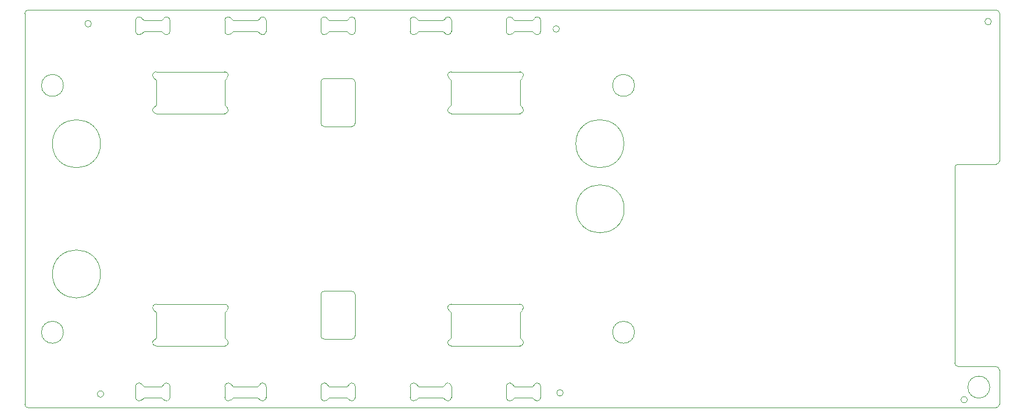
<source format=gm1>
G04 #@! TF.GenerationSoftware,KiCad,Pcbnew,(6.0.5-0)*
G04 #@! TF.CreationDate,2023-01-16T15:52:06+09:00*
G04 #@! TF.ProjectId,qLAMP-main,714c414d-502d-46d6-9169-6e2e6b696361,rev?*
G04 #@! TF.SameCoordinates,Original*
G04 #@! TF.FileFunction,Profile,NP*
%FSLAX46Y46*%
G04 Gerber Fmt 4.6, Leading zero omitted, Abs format (unit mm)*
G04 Created by KiCad (PCBNEW (6.0.5-0)) date 2023-01-16 15:52:06*
%MOMM*%
%LPD*%
G01*
G04 APERTURE LIST*
G04 #@! TA.AperFunction,Profile*
%ADD10C,0.100000*%
G04 #@! TD*
G04 APERTURE END LIST*
D10*
X111357157Y-127898251D02*
X111003604Y-127544698D01*
X96150050Y-76101749D02*
X96150050Y-74501749D01*
X110150101Y-76101750D02*
G75*
G03*
X111003604Y-76455302I499999J50D01*
G01*
X110150050Y-76101749D02*
X110150050Y-74501749D01*
X87296497Y-127544698D02*
X86942944Y-127898251D01*
X88150050Y-76101749D02*
X88150050Y-74501749D01*
X96150000Y-129498251D02*
G75*
G03*
X97003603Y-129851804I500000J-49D01*
G01*
X138357157Y-74501749D02*
X140942944Y-74501749D01*
X78035996Y-92499993D02*
G75*
G03*
X78035996Y-92499993I-3500001J0D01*
G01*
X124357157Y-74501749D02*
X127942944Y-74501749D01*
X72636000Y-84000000D02*
G75*
G03*
X72636000Y-84000000I-1600000J0D01*
G01*
X115150050Y-129498251D02*
X115150050Y-127898251D01*
X111003640Y-127544662D02*
G75*
G03*
X110150050Y-127898250I-353540J-353638D01*
G01*
X88150169Y-127898251D02*
G75*
G03*
X87296497Y-127544698I-500069J-49D01*
G01*
X129135050Y-121998251D02*
X139135050Y-121998251D01*
X138357157Y-127898251D02*
X138003604Y-127544698D01*
X115136000Y-114500000D02*
G75*
G03*
X114636000Y-114000000I-500000J0D01*
G01*
X209000000Y-95000000D02*
X209000000Y-73500000D01*
X113942944Y-129498251D02*
X114296497Y-129851805D01*
X140942944Y-127898251D02*
X138357157Y-127898251D01*
X208500000Y-95500000D02*
G75*
G03*
X209000000Y-95000000I0J500000D01*
G01*
X142150169Y-127898251D02*
G75*
G03*
X141296497Y-127544698I-500069J-49D01*
G01*
X139135050Y-86894642D02*
X139488604Y-87248195D01*
X128781497Y-116751805D02*
X129135050Y-117105358D01*
X128781581Y-121144782D02*
G75*
G03*
X129135050Y-121998250I353519J-353518D01*
G01*
X111003604Y-129851805D02*
X111357157Y-129498251D01*
X139488688Y-116751889D02*
G75*
G03*
X139135050Y-115898250I-353588J353589D01*
G01*
X110136000Y-89500000D02*
X110136000Y-83500000D01*
X207600000Y-128000000D02*
G75*
G03*
X207600000Y-128000000I-1600000J0D01*
G01*
X129135050Y-115898300D02*
G75*
G03*
X128781497Y-116751804I50J-500000D01*
G01*
X208500000Y-131000000D02*
X67500000Y-131000000D01*
X96135050Y-120791145D02*
X96135050Y-117105358D01*
X96488604Y-121144698D02*
X96135050Y-120791145D01*
X139488569Y-82855268D02*
G75*
G03*
X139135050Y-82001749I-353469J353568D01*
G01*
X96488688Y-116751889D02*
G75*
G03*
X96135050Y-115898250I-353588J353589D01*
G01*
X96150050Y-127898251D02*
X96150050Y-129498251D01*
X127942944Y-76101749D02*
X124357157Y-76101749D01*
X114636000Y-121000000D02*
X110636000Y-121000000D01*
X110150000Y-129498251D02*
G75*
G03*
X111003603Y-129851804I500000J-49D01*
G01*
X97357157Y-127898251D02*
X97003604Y-127544698D01*
X110136000Y-120500000D02*
G75*
G03*
X110636000Y-121000000I500000J0D01*
G01*
X140942944Y-76101749D02*
X138357157Y-76101749D01*
X139135050Y-82001749D02*
X129135050Y-82001749D01*
X110636000Y-114000000D02*
G75*
G03*
X110136000Y-114500000I0J-500000D01*
G01*
X85781497Y-116751805D02*
X86135050Y-117105358D01*
X141296581Y-76455218D02*
G75*
G03*
X142150050Y-76101749I353519J353518D01*
G01*
X139135050Y-120791145D02*
X139135050Y-117105358D01*
X123150050Y-76101749D02*
X123150050Y-74501749D01*
X86942944Y-74501749D02*
X84357157Y-74501749D01*
X85781412Y-87248111D02*
G75*
G03*
X86135050Y-88101749I353588J-353589D01*
G01*
X67000000Y-130500000D02*
G75*
G03*
X67500000Y-131000000I500000J0D01*
G01*
X96135050Y-115898251D02*
X86135050Y-115898251D01*
X129150050Y-129498251D02*
X129150050Y-127898251D01*
X139135050Y-115898251D02*
X129135050Y-115898251D01*
X208500000Y-125000000D02*
X203000000Y-125000000D01*
X102150050Y-129498251D02*
X102150050Y-127898251D01*
X129150050Y-74501749D02*
X129150050Y-76101749D01*
X115136000Y-83500000D02*
G75*
G03*
X114636000Y-83000000I-500000J0D01*
G01*
X87296412Y-129851890D02*
G75*
G03*
X88150050Y-129498250I353588J353590D01*
G01*
X113942944Y-127898251D02*
X111357157Y-127898251D01*
X78036000Y-111500000D02*
G75*
G03*
X78036000Y-111500000I-3500000J0D01*
G01*
X209000000Y-73500000D02*
G75*
G03*
X208500000Y-73000000I-500000J0D01*
G01*
X124357157Y-76101749D02*
X124003604Y-76455302D01*
X96488604Y-82855302D02*
X96135050Y-83208855D01*
X84357157Y-76101749D02*
X86942944Y-76101749D01*
X72636000Y-120000000D02*
G75*
G03*
X72636000Y-120000000I-1600000J0D01*
G01*
X115150169Y-127898251D02*
G75*
G03*
X114296497Y-127544698I-500069J-49D01*
G01*
X154278441Y-92500000D02*
G75*
G03*
X154278441Y-92500000I-3500000J0D01*
G01*
X83150000Y-129498251D02*
G75*
G03*
X84003603Y-129851804I500000J-49D01*
G01*
X139488604Y-121144698D02*
X139135050Y-120791145D01*
X128781497Y-87248195D02*
X129135050Y-86894642D01*
X97357157Y-74501749D02*
X100942944Y-74501749D01*
X84357157Y-127898251D02*
X84003604Y-127544698D01*
X97357157Y-76101749D02*
X97003604Y-76455302D01*
X123150050Y-127898251D02*
X123150050Y-129498251D01*
X202500000Y-124500000D02*
G75*
G03*
X203000000Y-125000000I500000J0D01*
G01*
X127942944Y-127898251D02*
X124357157Y-127898251D01*
X100942944Y-127898251D02*
X97357157Y-127898251D01*
X85781497Y-87248195D02*
X86135050Y-86894642D01*
X97003604Y-129851805D02*
X97357157Y-129498251D01*
X203000000Y-95500000D02*
X208500000Y-95500000D01*
X86135050Y-83208855D02*
X85781497Y-82855302D01*
X114296497Y-127544698D02*
X113942944Y-127898251D01*
X102150050Y-74501749D02*
X102150050Y-76101749D01*
X86942944Y-127898251D02*
X84357157Y-127898251D01*
X96135050Y-86894642D02*
X96488604Y-87248195D01*
X141296412Y-129851890D02*
G75*
G03*
X142150050Y-129498250I353588J353590D01*
G01*
X129150101Y-74501750D02*
G75*
G03*
X128296497Y-74148195I-500001J50D01*
G01*
X137150000Y-129498251D02*
G75*
G03*
X138003603Y-129851804I500000J-49D01*
G01*
X85781581Y-121144782D02*
G75*
G03*
X86135050Y-121998250I353519J-353518D01*
G01*
X86135050Y-121998251D02*
X96135050Y-121998251D01*
X102150101Y-74501750D02*
G75*
G03*
X101296497Y-74148195I-500001J50D01*
G01*
X139135050Y-88101749D02*
X129135050Y-88101749D01*
X155836000Y-120000000D02*
G75*
G03*
X155836000Y-120000000I-1600000J0D01*
G01*
X86135050Y-115898300D02*
G75*
G03*
X85781497Y-116751804I50J-500000D01*
G01*
X110636000Y-114000000D02*
X114636000Y-114000000D01*
X128781412Y-87248111D02*
G75*
G03*
X129135050Y-88101749I353588J-353589D01*
G01*
X86942944Y-129498251D02*
X87296497Y-129851805D01*
X78515000Y-129000000D02*
G75*
G03*
X78515000Y-129000000I-475000J0D01*
G01*
X101296497Y-76455302D02*
X100942944Y-76101749D01*
X208500000Y-131000000D02*
G75*
G03*
X209000000Y-130500000I0J500000D01*
G01*
X123150101Y-76101750D02*
G75*
G03*
X124003604Y-76455302I499999J50D01*
G01*
X96135050Y-121998369D02*
G75*
G03*
X96488603Y-121144698I-50J500069D01*
G01*
X110136000Y-89500000D02*
G75*
G03*
X110636000Y-90000000I500000J0D01*
G01*
X87296497Y-74148196D02*
X86942944Y-74501749D01*
X110136000Y-120500000D02*
X110136000Y-114500000D01*
X83150050Y-74501749D02*
X83150050Y-76101749D01*
X142150050Y-129498251D02*
X142150050Y-127898251D01*
X114296497Y-76455302D02*
X113942944Y-76101749D01*
X86135050Y-120791145D02*
X85781497Y-121144698D01*
X139135050Y-121998369D02*
G75*
G03*
X139488603Y-121144698I-50J500069D01*
G01*
X140942944Y-129498251D02*
X141296497Y-129851805D01*
X67500000Y-73000000D02*
G75*
G03*
X67000000Y-73500000I0J-500000D01*
G01*
X114636000Y-121000000D02*
G75*
G03*
X115136000Y-120500000I0J500000D01*
G01*
X138357157Y-76101749D02*
X138003604Y-76455302D01*
X111003604Y-74148195D02*
X111357157Y-74501749D01*
X144900000Y-75770000D02*
G75*
G03*
X144900000Y-75770000I-475000J0D01*
G01*
X67000000Y-130500000D02*
X67000000Y-73500000D01*
X124003568Y-74148231D02*
G75*
G03*
X123150050Y-74501749I-353568J-353469D01*
G01*
X129150169Y-127898251D02*
G75*
G03*
X128296497Y-127544698I-500069J-49D01*
G01*
X140942944Y-74501749D02*
X141296497Y-74148195D01*
X124003604Y-74148195D02*
X124357157Y-74501749D01*
X101296497Y-127544698D02*
X100942944Y-127898251D01*
X154330992Y-101999999D02*
G75*
G03*
X154330992Y-101999999I-3500001J0D01*
G01*
X142150050Y-74501749D02*
X142150050Y-76101749D01*
X203000000Y-95500000D02*
G75*
G03*
X202500000Y-96000000I0J-500000D01*
G01*
X139135050Y-88101631D02*
G75*
G03*
X139488604Y-87248195I50J499931D01*
G01*
X137150050Y-76101749D02*
X137150050Y-74501749D01*
X111357157Y-76101749D02*
X111003604Y-76455302D01*
X83150001Y-76101749D02*
G75*
G03*
X84003603Y-76455302I499999J-51D01*
G01*
X124003604Y-129851805D02*
X124357157Y-129498251D01*
X84357157Y-129498251D02*
X86942944Y-129498251D01*
X97003568Y-74148231D02*
G75*
G03*
X96150050Y-74501749I-353568J-353469D01*
G01*
X115136000Y-89500000D02*
X115136000Y-83500000D01*
X113942944Y-74501749D02*
X114296497Y-74148195D01*
X88150100Y-74501749D02*
G75*
G03*
X87296497Y-74148196I-500000J49D01*
G01*
X128296497Y-127544698D02*
X127942944Y-127898251D01*
X111003568Y-74148231D02*
G75*
G03*
X110150050Y-74501749I-353568J-353469D01*
G01*
X129135050Y-120791145D02*
X128781497Y-121144698D01*
X86135050Y-82001701D02*
G75*
G03*
X85781497Y-82855302I-50J-499999D01*
G01*
X128296497Y-76455302D02*
X127942944Y-76101749D01*
X138003604Y-74148195D02*
X138357157Y-74501749D01*
X84003604Y-76455303D02*
X84357157Y-76101749D01*
X101296412Y-129851890D02*
G75*
G03*
X102150050Y-129498250I353588J353590D01*
G01*
X76711000Y-75000000D02*
G75*
G03*
X76711000Y-75000000I-475000J0D01*
G01*
X129135050Y-117105358D02*
X129135050Y-120791145D01*
X139135050Y-117105358D02*
X139488604Y-116751805D01*
X100942944Y-129498251D02*
X101296497Y-129851805D01*
X142150101Y-74501750D02*
G75*
G03*
X141296497Y-74148195I-500001J50D01*
G01*
X111357157Y-74501749D02*
X113942944Y-74501749D01*
X129135050Y-86894642D02*
X129135050Y-83208855D01*
X111357157Y-129498251D02*
X113942944Y-129498251D01*
X114296412Y-129851890D02*
G75*
G03*
X115150050Y-129498250I353588J353590D01*
G01*
X145455000Y-128830000D02*
G75*
G03*
X145455000Y-128830000I-475000J0D01*
G01*
X155836000Y-84000000D02*
G75*
G03*
X155836000Y-84000000I-1600000J0D01*
G01*
X127942944Y-129498251D02*
X128296497Y-129851805D01*
X102150169Y-127898251D02*
G75*
G03*
X101296497Y-127544698I-500069J-49D01*
G01*
X110150050Y-127898251D02*
X110150050Y-129498251D01*
X96135050Y-83208855D02*
X96135050Y-86894642D01*
X141296497Y-127544698D02*
X140942944Y-127898251D01*
X129135050Y-82001701D02*
G75*
G03*
X128781497Y-82855302I-50J-499999D01*
G01*
X101296581Y-76455218D02*
G75*
G03*
X102150050Y-76101749I353519J353518D01*
G01*
X124003640Y-127544662D02*
G75*
G03*
X123150050Y-127898250I-353540J-353638D01*
G01*
X115136000Y-120500000D02*
X115136000Y-114500000D01*
X138003640Y-127544662D02*
G75*
G03*
X137150050Y-127898250I-353540J-353638D01*
G01*
X100942944Y-74501749D02*
X101296497Y-74148195D01*
X124357157Y-129498251D02*
X127942944Y-129498251D01*
X84357157Y-74501749D02*
X84003604Y-74148196D01*
X127942944Y-74501749D02*
X128296497Y-74148195D01*
X204335000Y-129840000D02*
G75*
G03*
X204335000Y-129840000I-475000J0D01*
G01*
X84003639Y-74148161D02*
G75*
G03*
X83150050Y-74501748I-353539J-353639D01*
G01*
X124357157Y-127898251D02*
X124003604Y-127544698D01*
X115150101Y-74501750D02*
G75*
G03*
X114296497Y-74148195I-500001J50D01*
G01*
X86942944Y-76101749D02*
X87296497Y-76455303D01*
X207825000Y-74695000D02*
G75*
G03*
X207825000Y-74695000I-475000J0D01*
G01*
X128296412Y-129851890D02*
G75*
G03*
X129150050Y-129498250I353588J353590D01*
G01*
X141296497Y-76455302D02*
X140942944Y-76101749D01*
X97003640Y-127544662D02*
G75*
G03*
X96150050Y-127898250I-353540J-353638D01*
G01*
X86135050Y-86894642D02*
X86135050Y-83208855D01*
X96135050Y-88101631D02*
G75*
G03*
X96488604Y-87248195I50J499931D01*
G01*
X137150101Y-76101750D02*
G75*
G03*
X138003604Y-76455302I499999J50D01*
G01*
X97357157Y-129498251D02*
X100942944Y-129498251D01*
X139135050Y-83208855D02*
X139135050Y-86894642D01*
X138003568Y-74148231D02*
G75*
G03*
X137150050Y-74501749I-353568J-353469D01*
G01*
X138357157Y-129498251D02*
X140942944Y-129498251D01*
X115150050Y-74501749D02*
X115150050Y-76101749D01*
X110636000Y-83000000D02*
G75*
G03*
X110136000Y-83500000I0J-500000D01*
G01*
X96135050Y-88101749D02*
X86135050Y-88101749D01*
X110636000Y-83000000D02*
X114636000Y-83000000D01*
X139488604Y-82855302D02*
X139135050Y-83208855D01*
X86135050Y-117105358D02*
X86135050Y-120791145D01*
X138003604Y-129851805D02*
X138357157Y-129498251D01*
X209000000Y-125500000D02*
X209000000Y-130500000D01*
X114636000Y-90000000D02*
G75*
G03*
X115136000Y-89500000I0J500000D01*
G01*
X202500000Y-124500000D02*
X202500000Y-96000000D01*
X84003604Y-129851805D02*
X84357157Y-129498251D01*
X96488569Y-82855268D02*
G75*
G03*
X96135050Y-82001749I-353469J353568D01*
G01*
X83150050Y-127898251D02*
X83150050Y-129498251D01*
X96150101Y-76101750D02*
G75*
G03*
X97003604Y-76455302I499999J50D01*
G01*
X129135050Y-83208855D02*
X128781497Y-82855302D01*
X96135050Y-117105358D02*
X96488604Y-116751805D01*
X87296482Y-76455318D02*
G75*
G03*
X88150050Y-76101748I353618J353418D01*
G01*
X123150000Y-129498251D02*
G75*
G03*
X124003603Y-129851804I500000J-49D01*
G01*
X128296511Y-76455288D02*
G75*
G03*
X129150050Y-76101749I353489J353688D01*
G01*
X114636000Y-90000000D02*
X110636000Y-90000000D01*
X86135050Y-82001749D02*
X96135050Y-82001749D01*
X209000000Y-125500000D02*
G75*
G03*
X208500000Y-125000000I-500000J0D01*
G01*
X100942944Y-76101749D02*
X97357157Y-76101749D01*
X97003604Y-74148195D02*
X97357157Y-74501749D01*
X84003640Y-127544662D02*
G75*
G03*
X83150050Y-127898250I-353540J-353638D01*
G01*
X114296581Y-76455218D02*
G75*
G03*
X115150050Y-76101749I353519J353518D01*
G01*
X88150050Y-129498251D02*
X88150050Y-127898251D01*
X113942944Y-76101749D02*
X111357157Y-76101749D01*
X137150050Y-127898251D02*
X137150050Y-129498251D01*
X208500000Y-73000000D02*
X67500000Y-73000000D01*
M02*

</source>
